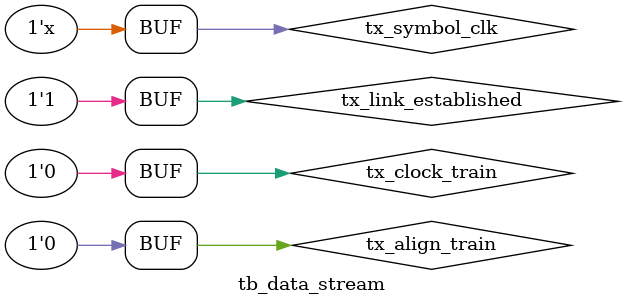
<source format=v>

`timescale 1ns / 1ps

module tb_data_stream;

reg        tx_symbol_clk;
reg        tx_align_train;       
reg        tx_clock_train;       
reg        tx_link_established;
reg f;

wire [72:0] msa_merged_data;
wire        test_signal_ready;
wire  [2:0] stream_channel_count;

initial begin
  tx_symbol_clk       = 1'b0;
  tx_align_train      = 1'b0;
  tx_clock_train      = 1'b0;
  tx_link_established = 1'b1;
end

always begin
  #4    // Should be 135MHz, but 125 is close enough for simulation
  tx_symbol_clk = ~tx_symbol_clk;
  #4    // Should be 135MHz, but 125 is close enough for simulation
  tx_symbol_clk = ~tx_symbol_clk;
  $display("%b %b", 
         msa_merged_data[8:0],  msa_merged_data[26:18]
  );

  $display("%b %b", 
         msa_merged_data[17:9], msa_merged_data[35:27]
  );
end

///////////////////////////////////////////////////
// Video pipeline
/////////////////////////////////////////%/////////
test_source i_test_source(
        .clk                  (tx_symbol_clk),
        .stream_channel_count (stream_channel_count),
        .ready                (test_signal_ready),
        .data                 (msa_merged_data)
    );

wire [79:0] tx_symbols;
main_stream_processing i_main_stream_processing(
        .symbol_clk          (tx_symbol_clk),
        .tx_link_established (tx_link_established),
        .source_ready        (test_signal_ready),
        .tx_clock_train      (tx_clock_train),
        .tx_align_train      (tx_align_train),
        .in_data             (msa_merged_data),
        .tx_symbols          (tx_symbols)
    );

endmodule

</source>
